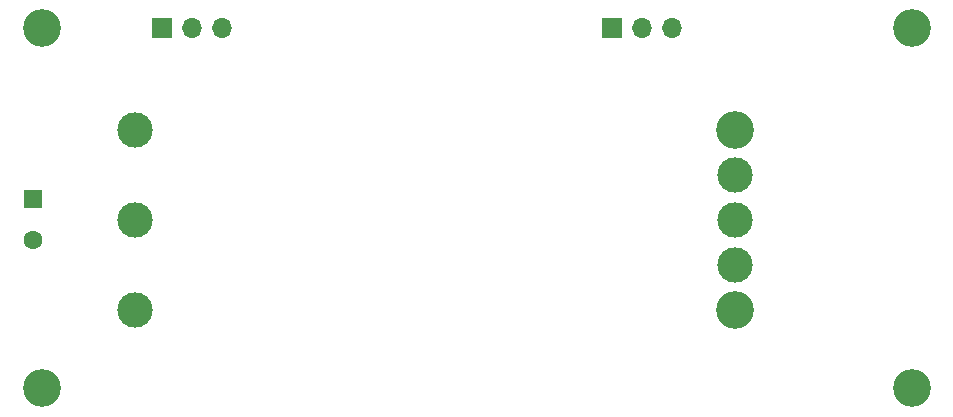
<source format=gbr>
%TF.GenerationSoftware,KiCad,Pcbnew,(5.1.12)-1*%
%TF.CreationDate,2022-03-07T22:28:19-06:00*%
%TF.ProjectId,Power_Board,506f7765-725f-4426-9f61-72642e6b6963,rev?*%
%TF.SameCoordinates,Original*%
%TF.FileFunction,Soldermask,Bot*%
%TF.FilePolarity,Negative*%
%FSLAX46Y46*%
G04 Gerber Fmt 4.6, Leading zero omitted, Abs format (unit mm)*
G04 Created by KiCad (PCBNEW (5.1.12)-1) date 2022-03-07 22:28:19*
%MOMM*%
%LPD*%
G01*
G04 APERTURE LIST*
%ADD10C,3.200001*%
%ADD11C,3.000000*%
%ADD12C,3.200000*%
%ADD13R,1.600000X1.600000*%
%ADD14C,1.600000*%
%ADD15R,1.700000X1.700000*%
%ADD16O,1.700000X1.700000*%
G04 APERTURE END LIST*
D10*
%TO.C,REF\u002A\u002A*%
X109855000Y-75692000D03*
%TD*%
%TO.C,REF\u002A\u002A*%
X109855000Y-106172000D03*
%TD*%
%TO.C,REF\u002A\u002A*%
X183515000Y-106172000D03*
%TD*%
%TO.C,REF\u002A\u002A*%
X183515000Y-75692000D03*
%TD*%
D11*
%TO.C,U5*%
X117729000Y-84328000D03*
X117729000Y-91948000D03*
X117729000Y-99568000D03*
D12*
X168529000Y-99568000D03*
D11*
X168529000Y-95758000D03*
X168529000Y-91948000D03*
X168529000Y-88138000D03*
D12*
X168529000Y-84328000D03*
%TD*%
D13*
%TO.C,C40*%
X109093000Y-90170000D03*
D14*
X109093000Y-93670000D03*
%TD*%
D15*
%TO.C,J5*%
X120015000Y-75692000D03*
D16*
X122555000Y-75692000D03*
X125095000Y-75692000D03*
%TD*%
%TO.C,J6*%
X163195000Y-75692000D03*
X160655000Y-75692000D03*
D15*
X158115000Y-75692000D03*
%TD*%
M02*

</source>
